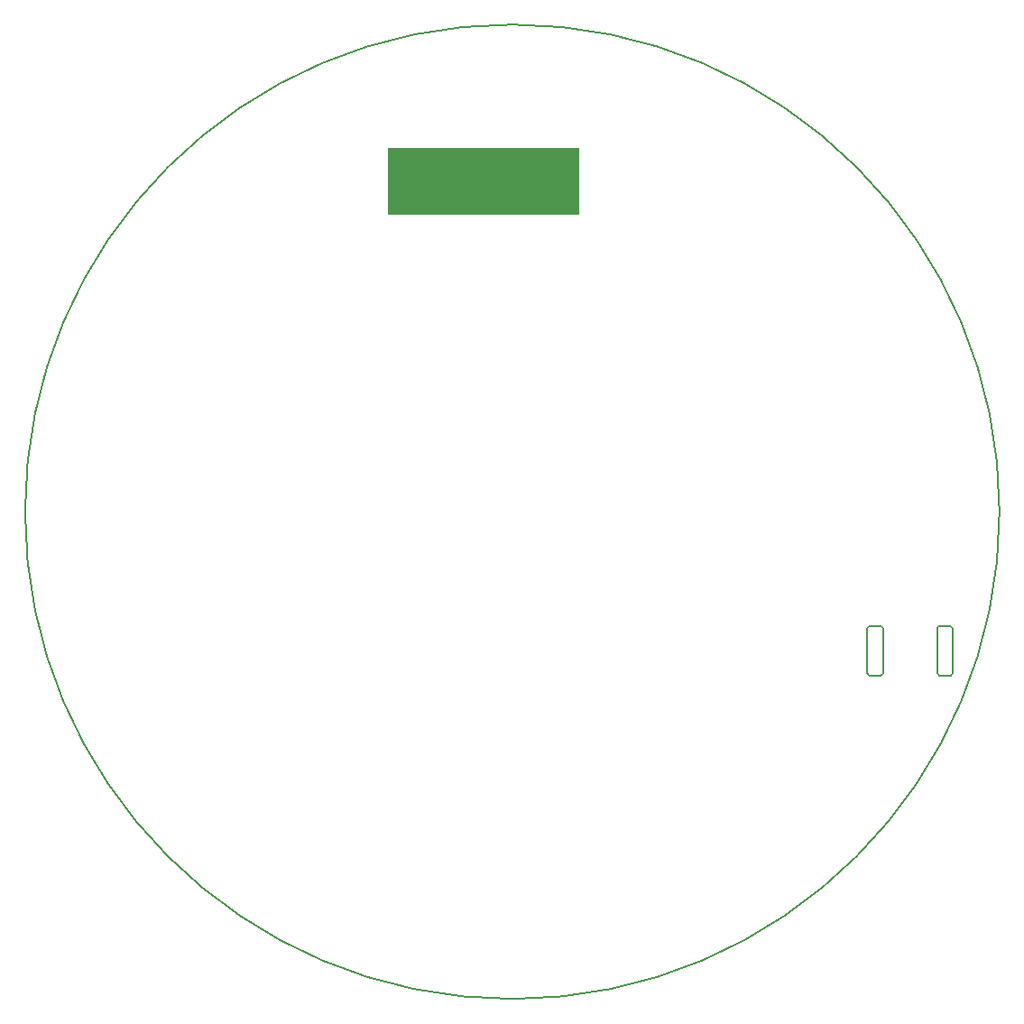
<source format=gko>
G04*
G04 #@! TF.GenerationSoftware,Altium Limited,Altium Designer,23.3.1 (30)*
G04*
G04 Layer_Color=16711935*
%FSLAX44Y44*%
%MOMM*%
G71*
G04*
G04 #@! TF.SameCoordinates,11343DF2-346A-4928-BBB7-4E1EB81EA5CC*
G04*
G04*
G04 #@! TF.FilePolarity,Positive*
G04*
G01*
G75*
%ADD83C,0.1270*%
%ADD84R,18.0000X6.3000*%
D83*
X1344722Y787359D02*
G03*
X1344823Y787362I0J2014D01*
G01*
X1344823D02*
G03*
X1346688Y789098I-101J1979D01*
G01*
D02*
G03*
X1346700Y789236I-1978J241D01*
G01*
X1346700Y789236D02*
G03*
X1346703Y789340I-2011J104D01*
G01*
X1346703Y831850D02*
G03*
X1346700Y831951I-2014J0D01*
G01*
Y831951D02*
G03*
X1344964Y833816I-1979J-101D01*
G01*
D02*
G03*
X1344826Y833828I-241J-1978D01*
G01*
D02*
G03*
X1344722Y833831I-104J-2011D01*
G01*
X1334211D02*
G03*
X1334110Y833829I-0J-2014D01*
G01*
X1334110D02*
G03*
X1332245Y832092I101J-1979D01*
G01*
D02*
G03*
X1332233Y831954I1978J-241D01*
G01*
Y831954D02*
G03*
X1332230Y831850I2011J-104D01*
G01*
Y789340D02*
G03*
X1332233Y789239I2014J-0D01*
G01*
Y789239D02*
G03*
X1333969Y787374I1979J101D01*
G01*
D02*
G03*
X1334107Y787362I241J1978D01*
G01*
X1334107D02*
G03*
X1334211Y787359I104J2011D01*
G01*
X1268626Y787403D02*
G03*
X1268730Y787400I104J2011D01*
G01*
X1268488Y787415D02*
G03*
X1268626Y787403I241J1978D01*
G01*
X1266751Y789280D02*
G03*
X1268488Y787415I1979J101D01*
G01*
X1266749Y789381D02*
G03*
X1266751Y789280I2014J-0D01*
G01*
X1266752Y831995D02*
G03*
X1266749Y831891I2011J-104D01*
G01*
X1266764Y832133D02*
G03*
X1266752Y831995I1978J-241D01*
G01*
X1268629Y833870D02*
G03*
X1266764Y832133I101J-1979D01*
G01*
X1268730Y833872D02*
G03*
X1268629Y833870I-0J-2014D01*
G01*
X1279345Y833869D02*
G03*
X1279241Y833872I-104J-2011D01*
G01*
X1279483Y833857D02*
G03*
X1279345Y833869I-241J-1978D01*
G01*
X1281219Y831992D02*
G03*
X1279483Y833857I-1979J-101D01*
G01*
X1281222Y831891D02*
G03*
X1281219Y831992I-2014J0D01*
G01*
X1281219Y789277D02*
G03*
X1281222Y789381I-2011J104D01*
G01*
X1281207Y789139D02*
G03*
X1281219Y789277I-1978J241D01*
G01*
X1279342Y787402D02*
G03*
X1281207Y789139I-101J1979D01*
G01*
X1279241Y787400D02*
G03*
X1279342Y787402I0J2014D01*
G01*
X1390650Y941070D02*
G03*
X1390650Y941070I-457200J0D01*
G01*
X1346703Y789340D02*
Y831850D01*
X1334211Y833831D02*
X1344722D01*
X1332230Y789340D02*
Y831850D01*
X1334211Y787359D02*
X1344722D01*
X1268730Y787400D02*
X1279241D01*
X1266749Y789381D02*
Y831891D01*
X1268730Y833872D02*
X1279241D01*
X1281222Y789381D02*
Y831891D01*
D84*
X906780Y1250720D02*
D03*
D03*
M02*

</source>
